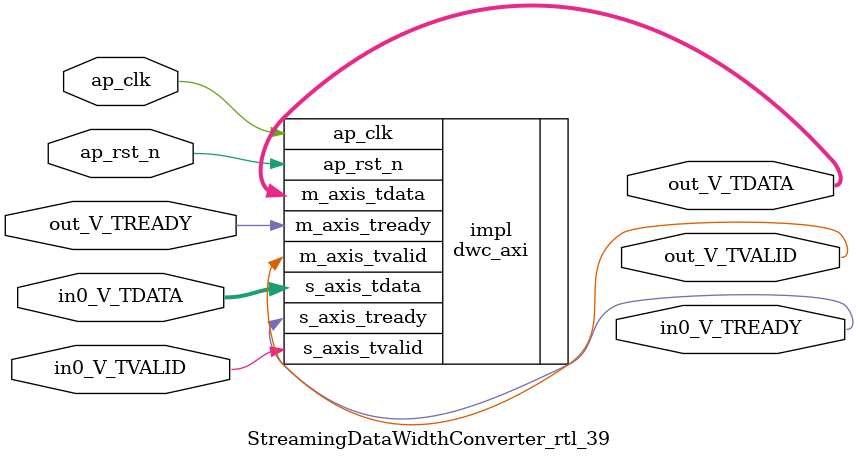
<source format=v>
/******************************************************************************
 * Copyright (C) 2023, Advanced Micro Devices, Inc.
 * All rights reserved.
 *
 * Redistribution and use in source and binary forms, with or without
 * modification, are permitted provided that the following conditions are met:
 *
 *  1. Redistributions of source code must retain the above copyright notice,
 *     this list of conditions and the following disclaimer.
 *
 *  2. Redistributions in binary form must reproduce the above copyright
 *     notice, this list of conditions and the following disclaimer in the
 *     documentation and/or other materials provided with the distribution.
 *
 *  3. Neither the name of the copyright holder nor the names of its
 *     contributors may be used to endorse or promote products derived from
 *     this software without specific prior written permission.
 *
 * THIS SOFTWARE IS PROVIDED BY THE COPYRIGHT HOLDERS AND CONTRIBUTORS "AS IS"
 * AND ANY EXPRESS OR IMPLIED WARRANTIES, INCLUDING, BUT NOT LIMITED TO,
 * THE IMPLIED WARRANTIES OF MERCHANTABILITY AND FITNESS FOR A PARTICULAR
 * PURPOSE ARE DISCLAIMED. IN NO EVENT SHALL THE COPYRIGHT HOLDER OR
 * CONTRIBUTORS BE LIABLE FOR ANY DIRECT, INDIRECT, INCIDENTAL, SPECIAL,
 * EXEMPLARY, OR CONSEQUENTIAL DAMAGES (INCLUDING, BUT NOT LIMITED TO,
 * PROCUREMENT OF SUBSTITUTE GOODS OR SERVICES; LOSS OF USE, DATA, OR PROFITS;
 * OR BUSINESS INTERRUPTION). HOWEVER CAUSED AND ON ANY THEORY OF LIABILITY,
 * WHETHER IN CONTRACT, STRICT LIABILITY, OR TORT (INCLUDING NEGLIGENCE OR
 * OTHERWISE) ARISING IN ANY WAY OUT OF THE USE OF THIS SOFTWARE, EVEN IF
 * ADVISED OF THE POSSIBILITY OF SUCH DAMAGE.
 *****************************************************************************/

module StreamingDataWidthConverter_rtl_39 #(
	parameter  IBITS = 256,
	parameter  OBITS = 4,

	parameter  AXI_IBITS = (IBITS+7)/8 * 8,
	parameter  AXI_OBITS = (OBITS+7)/8 * 8
)(
	//- Global Control ------------------
	(* X_INTERFACE_INFO = "xilinx.com:signal:clock:1.0 ap_clk CLK" *)
	(* X_INTERFACE_PARAMETER = "ASSOCIATED_BUSIF in0_V:out_V, ASSOCIATED_RESET ap_rst_n" *)
	input	ap_clk,
	(* X_INTERFACE_PARAMETER = "POLARITY ACTIVE_LOW" *)
	input	ap_rst_n,

	//- AXI Stream - Input --------------
	output	in0_V_TREADY,
	input	in0_V_TVALID,
	input	[AXI_IBITS-1:0]  in0_V_TDATA,

	//- AXI Stream - Output -------------
	input	out_V_TREADY,
	output	out_V_TVALID,
	output	[AXI_OBITS-1:0]  out_V_TDATA
);

	dwc_axi #(
		.IBITS(IBITS),
		.OBITS(OBITS)
	) impl (
		.ap_clk(ap_clk),
		.ap_rst_n(ap_rst_n),
		.s_axis_tready(in0_V_TREADY),
		.s_axis_tvalid(in0_V_TVALID),
		.s_axis_tdata(in0_V_TDATA),
		.m_axis_tready(out_V_TREADY),
		.m_axis_tvalid(out_V_TVALID),
		.m_axis_tdata(out_V_TDATA)
	);

endmodule

</source>
